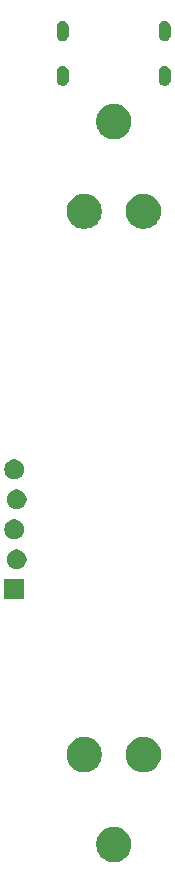
<source format=gbr>
%TF.GenerationSoftware,KiCad,Pcbnew,9.0.6*%
%TF.CreationDate,2025-12-31T13:50:20-05:00*%
%TF.ProjectId,Photon,50686f74-6f6e-42e6-9b69-6361645f7063,1.3*%
%TF.SameCoordinates,Original*%
%TF.FileFunction,Soldermask,Bot*%
%TF.FilePolarity,Negative*%
%FSLAX46Y46*%
G04 Gerber Fmt 4.6, Leading zero omitted, Abs format (unit mm)*
G04 Created by KiCad (PCBNEW 9.0.6) date 2025-12-31 13:50:20*
%MOMM*%
%LPD*%
G01*
G04 APERTURE LIST*
G04 APERTURE END LIST*
G36*
X53228968Y-89209445D02*
G01*
X53452825Y-89282181D01*
X53662548Y-89389040D01*
X53852972Y-89527391D01*
X54019409Y-89693828D01*
X54157760Y-89884252D01*
X54264619Y-90093975D01*
X54337355Y-90317832D01*
X54374176Y-90550311D01*
X54374176Y-90785689D01*
X54337355Y-91018168D01*
X54264619Y-91242025D01*
X54157760Y-91451748D01*
X54019409Y-91642172D01*
X53852972Y-91808609D01*
X53662548Y-91946960D01*
X53452825Y-92053819D01*
X53228968Y-92126555D01*
X52996489Y-92163376D01*
X52761111Y-92163376D01*
X52528632Y-92126555D01*
X52304775Y-92053819D01*
X52095052Y-91946960D01*
X51904628Y-91808609D01*
X51738191Y-91642172D01*
X51599840Y-91451748D01*
X51492981Y-91242025D01*
X51420245Y-91018168D01*
X51383424Y-90785689D01*
X51383424Y-90550311D01*
X51420245Y-90317832D01*
X51492981Y-90093975D01*
X51599840Y-89884252D01*
X51738191Y-89693828D01*
X51904628Y-89527391D01*
X52095052Y-89389040D01*
X52304775Y-89282181D01*
X52528632Y-89209445D01*
X52761111Y-89172624D01*
X52996489Y-89172624D01*
X53228968Y-89209445D01*
G37*
G36*
X50728968Y-81609445D02*
G01*
X50952825Y-81682181D01*
X51162548Y-81789040D01*
X51352972Y-81927391D01*
X51519409Y-82093828D01*
X51657760Y-82284252D01*
X51764619Y-82493975D01*
X51837355Y-82717832D01*
X51874176Y-82950311D01*
X51874176Y-83185689D01*
X51837355Y-83418168D01*
X51764619Y-83642025D01*
X51657760Y-83851748D01*
X51519409Y-84042172D01*
X51352972Y-84208609D01*
X51162548Y-84346960D01*
X50952825Y-84453819D01*
X50728968Y-84526555D01*
X50496489Y-84563376D01*
X50261111Y-84563376D01*
X50028632Y-84526555D01*
X49804775Y-84453819D01*
X49595052Y-84346960D01*
X49404628Y-84208609D01*
X49238191Y-84042172D01*
X49099840Y-83851748D01*
X48992981Y-83642025D01*
X48920245Y-83418168D01*
X48883424Y-83185689D01*
X48883424Y-82950311D01*
X48920245Y-82717832D01*
X48992981Y-82493975D01*
X49099840Y-82284252D01*
X49238191Y-82093828D01*
X49404628Y-81927391D01*
X49595052Y-81789040D01*
X49804775Y-81682181D01*
X50028632Y-81609445D01*
X50261111Y-81572624D01*
X50496489Y-81572624D01*
X50728968Y-81609445D01*
G37*
G36*
X55728968Y-81609445D02*
G01*
X55952825Y-81682181D01*
X56162548Y-81789040D01*
X56352972Y-81927391D01*
X56519409Y-82093828D01*
X56657760Y-82284252D01*
X56764619Y-82493975D01*
X56837355Y-82717832D01*
X56874176Y-82950311D01*
X56874176Y-83185689D01*
X56837355Y-83418168D01*
X56764619Y-83642025D01*
X56657760Y-83851748D01*
X56519409Y-84042172D01*
X56352972Y-84208609D01*
X56162548Y-84346960D01*
X55952825Y-84453819D01*
X55728968Y-84526555D01*
X55496489Y-84563376D01*
X55261111Y-84563376D01*
X55028632Y-84526555D01*
X54804775Y-84453819D01*
X54595052Y-84346960D01*
X54404628Y-84208609D01*
X54238191Y-84042172D01*
X54099840Y-83851748D01*
X53992981Y-83642025D01*
X53920245Y-83418168D01*
X53883424Y-83185689D01*
X53883424Y-82950311D01*
X53920245Y-82717832D01*
X53992981Y-82493975D01*
X54099840Y-82284252D01*
X54238191Y-82093828D01*
X54404628Y-81927391D01*
X54595052Y-81789040D01*
X54804775Y-81682181D01*
X55028632Y-81609445D01*
X55261111Y-81572624D01*
X55496489Y-81572624D01*
X55728968Y-81609445D01*
G37*
G36*
X45300000Y-69938000D02*
G01*
X43600000Y-69938000D01*
X43600000Y-68238000D01*
X45300000Y-68238000D01*
X45300000Y-69938000D01*
G37*
G36*
X44896742Y-65734601D02*
G01*
X45050687Y-65798367D01*
X45189234Y-65890941D01*
X45307059Y-66008766D01*
X45399633Y-66147313D01*
X45463399Y-66301258D01*
X45495907Y-66464685D01*
X45495907Y-66631315D01*
X45463399Y-66794742D01*
X45399633Y-66948687D01*
X45307059Y-67087234D01*
X45189234Y-67205059D01*
X45050687Y-67297633D01*
X44896742Y-67361399D01*
X44733315Y-67393907D01*
X44566685Y-67393907D01*
X44403258Y-67361399D01*
X44249313Y-67297633D01*
X44110766Y-67205059D01*
X43992941Y-67087234D01*
X43900367Y-66948687D01*
X43836601Y-66794742D01*
X43804093Y-66631315D01*
X43804093Y-66464685D01*
X43836601Y-66301258D01*
X43900367Y-66147313D01*
X43992941Y-66008766D01*
X44110766Y-65890941D01*
X44249313Y-65798367D01*
X44403258Y-65734601D01*
X44566685Y-65702093D01*
X44733315Y-65702093D01*
X44896742Y-65734601D01*
G37*
G36*
X44696742Y-63194601D02*
G01*
X44850687Y-63258367D01*
X44989234Y-63350941D01*
X45107059Y-63468766D01*
X45199633Y-63607313D01*
X45263399Y-63761258D01*
X45295907Y-63924685D01*
X45295907Y-64091315D01*
X45263399Y-64254742D01*
X45199633Y-64408687D01*
X45107059Y-64547234D01*
X44989234Y-64665059D01*
X44850687Y-64757633D01*
X44696742Y-64821399D01*
X44533315Y-64853907D01*
X44366685Y-64853907D01*
X44203258Y-64821399D01*
X44049313Y-64757633D01*
X43910766Y-64665059D01*
X43792941Y-64547234D01*
X43700367Y-64408687D01*
X43636601Y-64254742D01*
X43604093Y-64091315D01*
X43604093Y-63924685D01*
X43636601Y-63761258D01*
X43700367Y-63607313D01*
X43792941Y-63468766D01*
X43910766Y-63350941D01*
X44049313Y-63258367D01*
X44203258Y-63194601D01*
X44366685Y-63162093D01*
X44533315Y-63162093D01*
X44696742Y-63194601D01*
G37*
G36*
X44896742Y-60654601D02*
G01*
X45050687Y-60718367D01*
X45189234Y-60810941D01*
X45307059Y-60928766D01*
X45399633Y-61067313D01*
X45463399Y-61221258D01*
X45495907Y-61384685D01*
X45495907Y-61551315D01*
X45463399Y-61714742D01*
X45399633Y-61868687D01*
X45307059Y-62007234D01*
X45189234Y-62125059D01*
X45050687Y-62217633D01*
X44896742Y-62281399D01*
X44733315Y-62313907D01*
X44566685Y-62313907D01*
X44403258Y-62281399D01*
X44249313Y-62217633D01*
X44110766Y-62125059D01*
X43992941Y-62007234D01*
X43900367Y-61868687D01*
X43836601Y-61714742D01*
X43804093Y-61551315D01*
X43804093Y-61384685D01*
X43836601Y-61221258D01*
X43900367Y-61067313D01*
X43992941Y-60928766D01*
X44110766Y-60810941D01*
X44249313Y-60718367D01*
X44403258Y-60654601D01*
X44566685Y-60622093D01*
X44733315Y-60622093D01*
X44896742Y-60654601D01*
G37*
G36*
X44696742Y-58114601D02*
G01*
X44850687Y-58178367D01*
X44989234Y-58270941D01*
X45107059Y-58388766D01*
X45199633Y-58527313D01*
X45263399Y-58681258D01*
X45295907Y-58844685D01*
X45295907Y-59011315D01*
X45263399Y-59174742D01*
X45199633Y-59328687D01*
X45107059Y-59467234D01*
X44989234Y-59585059D01*
X44850687Y-59677633D01*
X44696742Y-59741399D01*
X44533315Y-59773907D01*
X44366685Y-59773907D01*
X44203258Y-59741399D01*
X44049313Y-59677633D01*
X43910766Y-59585059D01*
X43792941Y-59467234D01*
X43700367Y-59328687D01*
X43636601Y-59174742D01*
X43604093Y-59011315D01*
X43604093Y-58844685D01*
X43636601Y-58681258D01*
X43700367Y-58527313D01*
X43792941Y-58388766D01*
X43910766Y-58270941D01*
X44049313Y-58178367D01*
X44203258Y-58114601D01*
X44366685Y-58082093D01*
X44533315Y-58082093D01*
X44696742Y-58114601D01*
G37*
G36*
X50728968Y-35609445D02*
G01*
X50952825Y-35682181D01*
X51162548Y-35789040D01*
X51352972Y-35927391D01*
X51519409Y-36093828D01*
X51657760Y-36284252D01*
X51764619Y-36493975D01*
X51837355Y-36717832D01*
X51874176Y-36950311D01*
X51874176Y-37185689D01*
X51837355Y-37418168D01*
X51764619Y-37642025D01*
X51657760Y-37851748D01*
X51519409Y-38042172D01*
X51352972Y-38208609D01*
X51162548Y-38346960D01*
X50952825Y-38453819D01*
X50728968Y-38526555D01*
X50496489Y-38563376D01*
X50261111Y-38563376D01*
X50028632Y-38526555D01*
X49804775Y-38453819D01*
X49595052Y-38346960D01*
X49404628Y-38208609D01*
X49238191Y-38042172D01*
X49099840Y-37851748D01*
X48992981Y-37642025D01*
X48920245Y-37418168D01*
X48883424Y-37185689D01*
X48883424Y-36950311D01*
X48920245Y-36717832D01*
X48992981Y-36493975D01*
X49099840Y-36284252D01*
X49238191Y-36093828D01*
X49404628Y-35927391D01*
X49595052Y-35789040D01*
X49804775Y-35682181D01*
X50028632Y-35609445D01*
X50261111Y-35572624D01*
X50496489Y-35572624D01*
X50728968Y-35609445D01*
G37*
G36*
X55728968Y-35609445D02*
G01*
X55952825Y-35682181D01*
X56162548Y-35789040D01*
X56352972Y-35927391D01*
X56519409Y-36093828D01*
X56657760Y-36284252D01*
X56764619Y-36493975D01*
X56837355Y-36717832D01*
X56874176Y-36950311D01*
X56874176Y-37185689D01*
X56837355Y-37418168D01*
X56764619Y-37642025D01*
X56657760Y-37851748D01*
X56519409Y-38042172D01*
X56352972Y-38208609D01*
X56162548Y-38346960D01*
X55952825Y-38453819D01*
X55728968Y-38526555D01*
X55496489Y-38563376D01*
X55261111Y-38563376D01*
X55028632Y-38526555D01*
X54804775Y-38453819D01*
X54595052Y-38346960D01*
X54404628Y-38208609D01*
X54238191Y-38042172D01*
X54099840Y-37851748D01*
X53992981Y-37642025D01*
X53920245Y-37418168D01*
X53883424Y-37185689D01*
X53883424Y-36950311D01*
X53920245Y-36717832D01*
X53992981Y-36493975D01*
X54099840Y-36284252D01*
X54238191Y-36093828D01*
X54404628Y-35927391D01*
X54595052Y-35789040D01*
X54804775Y-35682181D01*
X55028632Y-35609445D01*
X55261111Y-35572624D01*
X55496489Y-35572624D01*
X55728968Y-35609445D01*
G37*
G36*
X53228968Y-28009445D02*
G01*
X53452825Y-28082181D01*
X53662548Y-28189040D01*
X53852972Y-28327391D01*
X54019409Y-28493828D01*
X54157760Y-28684252D01*
X54264619Y-28893975D01*
X54337355Y-29117832D01*
X54374176Y-29350311D01*
X54374176Y-29585689D01*
X54337355Y-29818168D01*
X54264619Y-30042025D01*
X54157760Y-30251748D01*
X54019409Y-30442172D01*
X53852972Y-30608609D01*
X53662548Y-30746960D01*
X53452825Y-30853819D01*
X53228968Y-30926555D01*
X52996489Y-30963376D01*
X52761111Y-30963376D01*
X52528632Y-30926555D01*
X52304775Y-30853819D01*
X52095052Y-30746960D01*
X51904628Y-30608609D01*
X51738191Y-30442172D01*
X51599840Y-30251748D01*
X51492981Y-30042025D01*
X51420245Y-29818168D01*
X51383424Y-29585689D01*
X51383424Y-29350311D01*
X51420245Y-29117832D01*
X51492981Y-28893975D01*
X51599840Y-28684252D01*
X51738191Y-28493828D01*
X51904628Y-28327391D01*
X52095052Y-28189040D01*
X52304775Y-28082181D01*
X52528632Y-28009445D01*
X52761111Y-27972624D01*
X52996489Y-27972624D01*
X53228968Y-28009445D01*
G37*
G36*
X48750142Y-24794060D02*
G01*
X48863181Y-24859323D01*
X48955477Y-24951619D01*
X49020740Y-25064658D01*
X49054522Y-25190737D01*
X49058800Y-25256000D01*
X49058800Y-25956000D01*
X49054522Y-26021263D01*
X49020740Y-26147342D01*
X48955477Y-26260381D01*
X48863181Y-26352677D01*
X48750142Y-26417940D01*
X48624063Y-26451722D01*
X48493537Y-26451722D01*
X48367458Y-26417940D01*
X48254419Y-26352677D01*
X48162123Y-26260381D01*
X48096860Y-26147342D01*
X48063078Y-26021263D01*
X48058800Y-25956000D01*
X48058800Y-25256000D01*
X48063078Y-25190737D01*
X48096860Y-25064658D01*
X48162123Y-24951619D01*
X48254419Y-24859323D01*
X48367458Y-24794060D01*
X48493537Y-24760278D01*
X48624063Y-24760278D01*
X48750142Y-24794060D01*
G37*
G36*
X57390142Y-24794060D02*
G01*
X57503181Y-24859323D01*
X57595477Y-24951619D01*
X57660740Y-25064658D01*
X57694522Y-25190737D01*
X57698800Y-25256000D01*
X57698800Y-25956000D01*
X57694522Y-26021263D01*
X57660740Y-26147342D01*
X57595477Y-26260381D01*
X57503181Y-26352677D01*
X57390142Y-26417940D01*
X57264063Y-26451722D01*
X57133537Y-26451722D01*
X57007458Y-26417940D01*
X56894419Y-26352677D01*
X56802123Y-26260381D01*
X56736860Y-26147342D01*
X56703078Y-26021263D01*
X56698800Y-25956000D01*
X56698800Y-25256000D01*
X56703078Y-25190737D01*
X56736860Y-25064658D01*
X56802123Y-24951619D01*
X56894419Y-24859323D01*
X57007458Y-24794060D01*
X57133537Y-24760278D01*
X57264063Y-24760278D01*
X57390142Y-24794060D01*
G37*
G36*
X48750142Y-20994060D02*
G01*
X48863181Y-21059323D01*
X48955477Y-21151619D01*
X49020740Y-21264658D01*
X49054522Y-21390737D01*
X49058800Y-21456000D01*
X49058800Y-22156000D01*
X49054522Y-22221263D01*
X49020740Y-22347342D01*
X48955477Y-22460381D01*
X48863181Y-22552677D01*
X48750142Y-22617940D01*
X48624063Y-22651722D01*
X48493537Y-22651722D01*
X48367458Y-22617940D01*
X48254419Y-22552677D01*
X48162123Y-22460381D01*
X48096860Y-22347342D01*
X48063078Y-22221263D01*
X48058800Y-22156000D01*
X48058800Y-21456000D01*
X48063078Y-21390737D01*
X48096860Y-21264658D01*
X48162123Y-21151619D01*
X48254419Y-21059323D01*
X48367458Y-20994060D01*
X48493537Y-20960278D01*
X48624063Y-20960278D01*
X48750142Y-20994060D01*
G37*
G36*
X57390142Y-20994060D02*
G01*
X57503181Y-21059323D01*
X57595477Y-21151619D01*
X57660740Y-21264658D01*
X57694522Y-21390737D01*
X57698800Y-21456000D01*
X57698800Y-22156000D01*
X57694522Y-22221263D01*
X57660740Y-22347342D01*
X57595477Y-22460381D01*
X57503181Y-22552677D01*
X57390142Y-22617940D01*
X57264063Y-22651722D01*
X57133537Y-22651722D01*
X57007458Y-22617940D01*
X56894419Y-22552677D01*
X56802123Y-22460381D01*
X56736860Y-22347342D01*
X56703078Y-22221263D01*
X56698800Y-22156000D01*
X56698800Y-21456000D01*
X56703078Y-21390737D01*
X56736860Y-21264658D01*
X56802123Y-21151619D01*
X56894419Y-21059323D01*
X57007458Y-20994060D01*
X57133537Y-20960278D01*
X57264063Y-20960278D01*
X57390142Y-20994060D01*
G37*
M02*

</source>
